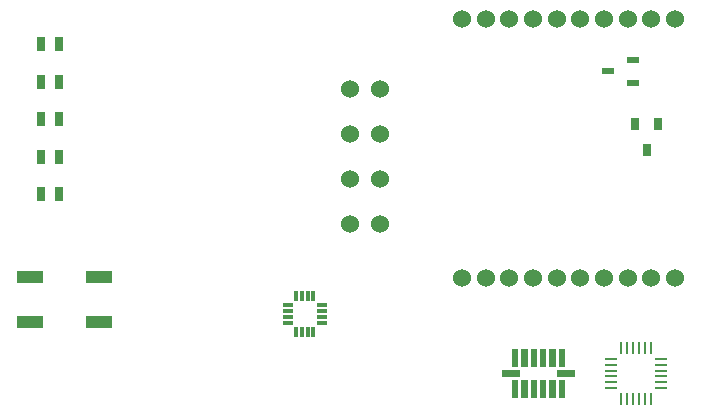
<source format=gtp>
G04 (created by PCBNEW (2013-07-07 BZR 4022)-stable) date 1/23/2017 8:00:42 PM*
%MOIN*%
G04 Gerber Fmt 3.4, Leading zero omitted, Abs format*
%FSLAX34Y34*%
G01*
G70*
G90*
G04 APERTURE LIST*
%ADD10C,0.00590551*%
%ADD11R,0.035X0.013*%
%ADD12R,0.013X0.035*%
%ADD13R,0.0394X0.0236*%
%ADD14R,0.025X0.045*%
%ADD15R,0.0315X0.0394*%
%ADD16R,0.0394X0.0098*%
%ADD17R,0.0098X0.0394*%
%ADD18R,0.0905X0.0432*%
%ADD19R,0.0905X0.0433*%
%ADD20C,0.06*%
G04 APERTURE END LIST*
G54D10*
G54D11*
X53440Y-41400D03*
X53440Y-41200D03*
X53440Y-41600D03*
X53440Y-41800D03*
X54580Y-41400D03*
X54580Y-41200D03*
X54580Y-41600D03*
X54580Y-41800D03*
G54D12*
X53900Y-42080D03*
X54100Y-42080D03*
X54280Y-42080D03*
X53720Y-42080D03*
X54280Y-40900D03*
X54100Y-40900D03*
X53900Y-40900D03*
X53720Y-40900D03*
G54D13*
X64941Y-33775D03*
X64109Y-33400D03*
X64941Y-33025D03*
G54D14*
X45800Y-35000D03*
X45200Y-35000D03*
X45800Y-33750D03*
X45200Y-33750D03*
X45800Y-32500D03*
X45200Y-32500D03*
X45800Y-37500D03*
X45200Y-37500D03*
X45800Y-36250D03*
X45200Y-36250D03*
G54D15*
X65400Y-36008D03*
X65025Y-35142D03*
X65775Y-35142D03*
G54D10*
G36*
X61189Y-43583D02*
X60598Y-43583D01*
X60598Y-43366D01*
X61189Y-43366D01*
X61189Y-43583D01*
X61189Y-43583D01*
G37*
G36*
X63001Y-43583D02*
X62410Y-43583D01*
X62410Y-43366D01*
X63001Y-43366D01*
X63001Y-43583D01*
X63001Y-43583D01*
G37*
G36*
X61121Y-43691D02*
X61121Y-44282D01*
X60904Y-44282D01*
X60904Y-43691D01*
X61121Y-43691D01*
X61121Y-43691D01*
G37*
G36*
X61436Y-43691D02*
X61436Y-44282D01*
X61219Y-44282D01*
X61219Y-43691D01*
X61436Y-43691D01*
X61436Y-43691D01*
G37*
G36*
X61751Y-43691D02*
X61751Y-44282D01*
X61534Y-44282D01*
X61534Y-43691D01*
X61751Y-43691D01*
X61751Y-43691D01*
G37*
G36*
X62065Y-43691D02*
X62065Y-44282D01*
X61848Y-44282D01*
X61848Y-43691D01*
X62065Y-43691D01*
X62065Y-43691D01*
G37*
G36*
X62380Y-43691D02*
X62380Y-44282D01*
X62163Y-44282D01*
X62163Y-43691D01*
X62380Y-43691D01*
X62380Y-43691D01*
G37*
G36*
X62695Y-43691D02*
X62695Y-44282D01*
X62478Y-44282D01*
X62478Y-43691D01*
X62695Y-43691D01*
X62695Y-43691D01*
G37*
G36*
X62695Y-42667D02*
X62695Y-43258D01*
X62478Y-43258D01*
X62478Y-42667D01*
X62695Y-42667D01*
X62695Y-42667D01*
G37*
G36*
X62380Y-42667D02*
X62380Y-43258D01*
X62163Y-43258D01*
X62163Y-42667D01*
X62380Y-42667D01*
X62380Y-42667D01*
G37*
G36*
X62065Y-42667D02*
X62065Y-43258D01*
X61848Y-43258D01*
X61848Y-42667D01*
X62065Y-42667D01*
X62065Y-42667D01*
G37*
G36*
X61751Y-42667D02*
X61751Y-43258D01*
X61534Y-43258D01*
X61534Y-42667D01*
X61751Y-42667D01*
X61751Y-42667D01*
G37*
G36*
X61436Y-42667D02*
X61436Y-43258D01*
X61219Y-43258D01*
X61219Y-42667D01*
X61436Y-42667D01*
X61436Y-42667D01*
G37*
G36*
X61121Y-42667D02*
X61121Y-43258D01*
X60904Y-43258D01*
X60904Y-42667D01*
X61121Y-42667D01*
X61121Y-42667D01*
G37*
G54D16*
X64204Y-43770D03*
X64204Y-43377D03*
X64204Y-43573D03*
X64204Y-43967D03*
X64204Y-43180D03*
X64204Y-42983D03*
G54D17*
X64558Y-42619D03*
X64755Y-42619D03*
X64952Y-42619D03*
X65345Y-42619D03*
X65148Y-42619D03*
X65542Y-42619D03*
G54D16*
X65896Y-42983D03*
X65896Y-43180D03*
X65896Y-43967D03*
X65896Y-43573D03*
X65896Y-43377D03*
X65896Y-43770D03*
G54D17*
X65542Y-44331D03*
X65148Y-44331D03*
X65345Y-44331D03*
X64952Y-44331D03*
X64755Y-44331D03*
X64558Y-44331D03*
G54D18*
X47142Y-41747D03*
X44858Y-41747D03*
X44858Y-40253D03*
G54D19*
X47142Y-40252D03*
G54D20*
X55500Y-38500D03*
X56500Y-38500D03*
X55500Y-37000D03*
X56500Y-37000D03*
X55500Y-35500D03*
X56500Y-35500D03*
X55500Y-34000D03*
X56500Y-34000D03*
X65555Y-31645D03*
X64768Y-31645D03*
X63981Y-31645D03*
X63193Y-31645D03*
X62407Y-31645D03*
X61619Y-31645D03*
X60832Y-31645D03*
X60045Y-31645D03*
X59257Y-31645D03*
X59257Y-40305D03*
X60045Y-40305D03*
X60832Y-40305D03*
X61619Y-40305D03*
X62407Y-40305D03*
X63193Y-40305D03*
X63981Y-40305D03*
X64768Y-40305D03*
X65555Y-40305D03*
X66343Y-40305D03*
X66350Y-31650D03*
M02*

</source>
